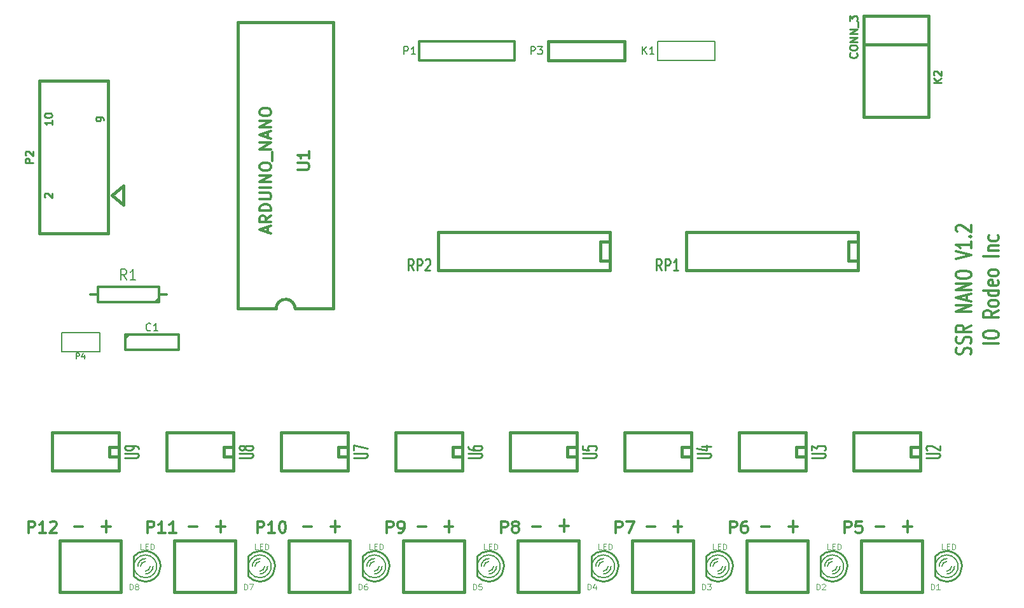
<source format=gto>
G04 (created by PCBNEW (2013-jul-07)-stable) date Wed 25 Oct 2017 08:44:38 AM PDT*
%MOIN*%
G04 Gerber Fmt 3.4, Leading zero omitted, Abs format*
%FSLAX34Y34*%
G01*
G70*
G90*
G04 APERTURE LIST*
%ADD10C,0.00590551*%
%ADD11C,0.012*%
%ADD12C,0.015*%
%ADD13C,0.006*%
%ADD14C,0.01*%
%ADD15C,0.008*%
%ADD16C,0.01125*%
%ADD17C,0.0113*%
%ADD18C,0.0035*%
G04 APERTURE END LIST*
G54D10*
G54D11*
X81873Y-36814D02*
X81073Y-36814D01*
X81073Y-36414D02*
X81073Y-36299D01*
X81111Y-36242D01*
X81188Y-36185D01*
X81340Y-36157D01*
X81607Y-36157D01*
X81759Y-36185D01*
X81835Y-36242D01*
X81873Y-36299D01*
X81873Y-36414D01*
X81835Y-36471D01*
X81759Y-36528D01*
X81607Y-36557D01*
X81340Y-36557D01*
X81188Y-36528D01*
X81111Y-36471D01*
X81073Y-36414D01*
X81873Y-35100D02*
X81492Y-35300D01*
X81873Y-35442D02*
X81073Y-35442D01*
X81073Y-35214D01*
X81111Y-35157D01*
X81150Y-35128D01*
X81226Y-35100D01*
X81340Y-35100D01*
X81416Y-35128D01*
X81454Y-35157D01*
X81492Y-35214D01*
X81492Y-35442D01*
X81873Y-34757D02*
X81835Y-34814D01*
X81797Y-34842D01*
X81721Y-34871D01*
X81492Y-34871D01*
X81416Y-34842D01*
X81378Y-34814D01*
X81340Y-34757D01*
X81340Y-34671D01*
X81378Y-34614D01*
X81416Y-34585D01*
X81492Y-34557D01*
X81721Y-34557D01*
X81797Y-34585D01*
X81835Y-34614D01*
X81873Y-34671D01*
X81873Y-34757D01*
X81873Y-34042D02*
X81073Y-34042D01*
X81835Y-34042D02*
X81873Y-34100D01*
X81873Y-34214D01*
X81835Y-34271D01*
X81797Y-34300D01*
X81721Y-34328D01*
X81492Y-34328D01*
X81416Y-34300D01*
X81378Y-34271D01*
X81340Y-34214D01*
X81340Y-34100D01*
X81378Y-34042D01*
X81835Y-33528D02*
X81873Y-33585D01*
X81873Y-33700D01*
X81835Y-33757D01*
X81759Y-33785D01*
X81454Y-33785D01*
X81378Y-33757D01*
X81340Y-33700D01*
X81340Y-33585D01*
X81378Y-33528D01*
X81454Y-33500D01*
X81530Y-33500D01*
X81607Y-33785D01*
X81873Y-33157D02*
X81835Y-33214D01*
X81797Y-33242D01*
X81721Y-33271D01*
X81492Y-33271D01*
X81416Y-33242D01*
X81378Y-33214D01*
X81340Y-33157D01*
X81340Y-33071D01*
X81378Y-33014D01*
X81416Y-32985D01*
X81492Y-32957D01*
X81721Y-32957D01*
X81797Y-32985D01*
X81835Y-33014D01*
X81873Y-33071D01*
X81873Y-33157D01*
X81873Y-32242D02*
X81073Y-32242D01*
X81340Y-31957D02*
X81873Y-31957D01*
X81416Y-31957D02*
X81378Y-31928D01*
X81340Y-31871D01*
X81340Y-31785D01*
X81378Y-31728D01*
X81454Y-31700D01*
X81873Y-31700D01*
X81835Y-31157D02*
X81873Y-31214D01*
X81873Y-31328D01*
X81835Y-31385D01*
X81797Y-31414D01*
X81721Y-31442D01*
X81492Y-31442D01*
X81416Y-31414D01*
X81378Y-31385D01*
X81340Y-31328D01*
X81340Y-31214D01*
X81378Y-31157D01*
X80385Y-37385D02*
X80423Y-37300D01*
X80423Y-37157D01*
X80385Y-37100D01*
X80347Y-37071D01*
X80271Y-37042D01*
X80195Y-37042D01*
X80119Y-37071D01*
X80080Y-37100D01*
X80042Y-37157D01*
X80004Y-37271D01*
X79966Y-37328D01*
X79928Y-37357D01*
X79852Y-37385D01*
X79776Y-37385D01*
X79700Y-37357D01*
X79661Y-37328D01*
X79623Y-37271D01*
X79623Y-37128D01*
X79661Y-37042D01*
X80385Y-36814D02*
X80423Y-36728D01*
X80423Y-36585D01*
X80385Y-36528D01*
X80347Y-36500D01*
X80271Y-36471D01*
X80195Y-36471D01*
X80119Y-36500D01*
X80080Y-36528D01*
X80042Y-36585D01*
X80004Y-36700D01*
X79966Y-36757D01*
X79928Y-36785D01*
X79852Y-36814D01*
X79776Y-36814D01*
X79700Y-36785D01*
X79661Y-36757D01*
X79623Y-36700D01*
X79623Y-36557D01*
X79661Y-36471D01*
X80423Y-35871D02*
X80042Y-36071D01*
X80423Y-36214D02*
X79623Y-36214D01*
X79623Y-35985D01*
X79661Y-35928D01*
X79700Y-35899D01*
X79776Y-35871D01*
X79890Y-35871D01*
X79966Y-35899D01*
X80004Y-35928D01*
X80042Y-35985D01*
X80042Y-36214D01*
X80423Y-35157D02*
X79623Y-35157D01*
X80423Y-34814D01*
X79623Y-34814D01*
X80195Y-34557D02*
X80195Y-34271D01*
X80423Y-34614D02*
X79623Y-34414D01*
X80423Y-34214D01*
X80423Y-34014D02*
X79623Y-34014D01*
X80423Y-33671D01*
X79623Y-33671D01*
X79623Y-33271D02*
X79623Y-33157D01*
X79661Y-33100D01*
X79738Y-33042D01*
X79890Y-33014D01*
X80157Y-33014D01*
X80309Y-33042D01*
X80385Y-33100D01*
X80423Y-33157D01*
X80423Y-33271D01*
X80385Y-33328D01*
X80309Y-33385D01*
X80157Y-33414D01*
X79890Y-33414D01*
X79738Y-33385D01*
X79661Y-33328D01*
X79623Y-33271D01*
X79623Y-32385D02*
X80423Y-32185D01*
X79623Y-31985D01*
X80423Y-31471D02*
X80423Y-31814D01*
X80423Y-31642D02*
X79623Y-31642D01*
X79738Y-31700D01*
X79814Y-31757D01*
X79852Y-31814D01*
X80347Y-31214D02*
X80385Y-31185D01*
X80423Y-31214D01*
X80385Y-31242D01*
X80347Y-31214D01*
X80423Y-31214D01*
X79700Y-30957D02*
X79661Y-30928D01*
X79623Y-30871D01*
X79623Y-30728D01*
X79661Y-30671D01*
X79700Y-30642D01*
X79776Y-30614D01*
X79852Y-30614D01*
X79966Y-30642D01*
X80423Y-30985D01*
X80423Y-30614D01*
X76871Y-46419D02*
X77328Y-46419D01*
X77100Y-46723D02*
X77100Y-46114D01*
X75421Y-46419D02*
X75878Y-46419D01*
X70871Y-46419D02*
X71328Y-46419D01*
X71100Y-46723D02*
X71100Y-46114D01*
X69421Y-46419D02*
X69878Y-46419D01*
X64821Y-46419D02*
X65278Y-46419D01*
X65050Y-46723D02*
X65050Y-46114D01*
X63421Y-46419D02*
X63878Y-46419D01*
X58871Y-46369D02*
X59328Y-46369D01*
X59100Y-46673D02*
X59100Y-46064D01*
X57421Y-46419D02*
X57878Y-46419D01*
X52821Y-46419D02*
X53278Y-46419D01*
X53050Y-46723D02*
X53050Y-46114D01*
X51421Y-46419D02*
X51878Y-46419D01*
X46871Y-46419D02*
X47328Y-46419D01*
X47100Y-46723D02*
X47100Y-46114D01*
X45421Y-46419D02*
X45878Y-46419D01*
X40871Y-46419D02*
X41328Y-46419D01*
X41100Y-46723D02*
X41100Y-46114D01*
X39421Y-46419D02*
X39878Y-46419D01*
X34871Y-46419D02*
X35328Y-46419D01*
X35100Y-46723D02*
X35100Y-46114D01*
X33421Y-46419D02*
X33878Y-46419D01*
G54D12*
X62250Y-22000D02*
X62250Y-21000D01*
X62250Y-21000D02*
X58250Y-21000D01*
X58250Y-21000D02*
X58250Y-22000D01*
X58250Y-22000D02*
X62250Y-22000D01*
X45000Y-35000D02*
G75*
G03X44500Y-34500I-500J0D01*
G74*
G01*
X44500Y-34500D02*
G75*
G03X44000Y-35000I0J-500D01*
G74*
G01*
X42000Y-35000D02*
X44000Y-35000D01*
X47000Y-35000D02*
X45000Y-35000D01*
X47000Y-35000D02*
X47000Y-20000D01*
X47000Y-20000D02*
X42000Y-20000D01*
X42000Y-20000D02*
X42000Y-35000D01*
G54D11*
X36100Y-36350D02*
X38900Y-36350D01*
X38900Y-36350D02*
X38900Y-37150D01*
X38900Y-37150D02*
X36100Y-37150D01*
X36100Y-37150D02*
X36100Y-36350D01*
X36100Y-36550D02*
X36300Y-36350D01*
G54D12*
X61500Y-32500D02*
X61500Y-32500D01*
X61500Y-32500D02*
X61000Y-32500D01*
X61000Y-32500D02*
X61000Y-31500D01*
X61000Y-31500D02*
X61500Y-31500D01*
X61500Y-33000D02*
X52500Y-33000D01*
X52500Y-33000D02*
X52500Y-31000D01*
X52500Y-31000D02*
X61500Y-31000D01*
X61500Y-31000D02*
X61500Y-33000D01*
X74500Y-32500D02*
X74500Y-32500D01*
X74500Y-32500D02*
X74000Y-32500D01*
X74000Y-32500D02*
X74000Y-31500D01*
X74000Y-31500D02*
X74500Y-31500D01*
X74500Y-33000D02*
X65500Y-33000D01*
X65500Y-33000D02*
X65500Y-31000D01*
X65500Y-31000D02*
X74500Y-31000D01*
X74500Y-31000D02*
X74500Y-33000D01*
G54D13*
X34750Y-36250D02*
X34750Y-37250D01*
X34750Y-37250D02*
X32750Y-37250D01*
X32750Y-37250D02*
X32750Y-36250D01*
X32750Y-36250D02*
X34750Y-36250D01*
X67000Y-21000D02*
X67000Y-22000D01*
X67000Y-22000D02*
X64000Y-22000D01*
X64000Y-22000D02*
X64000Y-21000D01*
X64000Y-21000D02*
X67000Y-21000D01*
G54D11*
X38250Y-34250D02*
X37850Y-34250D01*
X37850Y-34250D02*
X37850Y-34650D01*
X37850Y-34650D02*
X34650Y-34650D01*
X34650Y-34650D02*
X34650Y-33850D01*
X34650Y-33850D02*
X37850Y-33850D01*
X37850Y-33850D02*
X37850Y-34250D01*
X37850Y-34450D02*
X37650Y-34650D01*
X34250Y-34250D02*
X34650Y-34250D01*
G54D12*
X31600Y-31050D02*
X35200Y-31050D01*
X35200Y-31050D02*
X35200Y-23050D01*
X35200Y-23050D02*
X31600Y-23050D01*
X31600Y-23050D02*
X31600Y-31050D01*
X35400Y-29050D02*
X36000Y-29550D01*
X36000Y-29550D02*
X36000Y-28550D01*
X36000Y-28550D02*
X35400Y-29050D01*
X35750Y-43500D02*
X32250Y-43500D01*
X32250Y-43500D02*
X32250Y-41500D01*
X32250Y-41500D02*
X35750Y-41500D01*
X35750Y-41500D02*
X35750Y-43500D01*
X35750Y-42750D02*
X35250Y-42750D01*
X35250Y-42750D02*
X35250Y-42250D01*
X35250Y-42250D02*
X35750Y-42250D01*
X41750Y-43500D02*
X38250Y-43500D01*
X38250Y-43500D02*
X38250Y-41500D01*
X38250Y-41500D02*
X41750Y-41500D01*
X41750Y-41500D02*
X41750Y-43500D01*
X41750Y-42750D02*
X41250Y-42750D01*
X41250Y-42750D02*
X41250Y-42250D01*
X41250Y-42250D02*
X41750Y-42250D01*
X47750Y-43500D02*
X44250Y-43500D01*
X44250Y-43500D02*
X44250Y-41500D01*
X44250Y-41500D02*
X47750Y-41500D01*
X47750Y-41500D02*
X47750Y-43500D01*
X47750Y-42750D02*
X47250Y-42750D01*
X47250Y-42750D02*
X47250Y-42250D01*
X47250Y-42250D02*
X47750Y-42250D01*
X53750Y-43500D02*
X50250Y-43500D01*
X50250Y-43500D02*
X50250Y-41500D01*
X50250Y-41500D02*
X53750Y-41500D01*
X53750Y-41500D02*
X53750Y-43500D01*
X53750Y-42750D02*
X53250Y-42750D01*
X53250Y-42750D02*
X53250Y-42250D01*
X53250Y-42250D02*
X53750Y-42250D01*
X59750Y-43500D02*
X56250Y-43500D01*
X56250Y-43500D02*
X56250Y-41500D01*
X56250Y-41500D02*
X59750Y-41500D01*
X59750Y-41500D02*
X59750Y-43500D01*
X59750Y-42750D02*
X59250Y-42750D01*
X59250Y-42750D02*
X59250Y-42250D01*
X59250Y-42250D02*
X59750Y-42250D01*
X65750Y-43500D02*
X62250Y-43500D01*
X62250Y-43500D02*
X62250Y-41500D01*
X62250Y-41500D02*
X65750Y-41500D01*
X65750Y-41500D02*
X65750Y-43500D01*
X65750Y-42750D02*
X65250Y-42750D01*
X65250Y-42750D02*
X65250Y-42250D01*
X65250Y-42250D02*
X65750Y-42250D01*
X71750Y-43500D02*
X68250Y-43500D01*
X68250Y-43500D02*
X68250Y-41500D01*
X68250Y-41500D02*
X71750Y-41500D01*
X71750Y-41500D02*
X71750Y-43500D01*
X71750Y-42750D02*
X71250Y-42750D01*
X71250Y-42750D02*
X71250Y-42250D01*
X71250Y-42250D02*
X71750Y-42250D01*
X77750Y-43500D02*
X74250Y-43500D01*
X74250Y-43500D02*
X74250Y-41500D01*
X74250Y-41500D02*
X77750Y-41500D01*
X77750Y-41500D02*
X77750Y-43500D01*
X77750Y-42750D02*
X77250Y-42750D01*
X77250Y-42750D02*
X77250Y-42250D01*
X77250Y-42250D02*
X77750Y-42250D01*
X35850Y-49850D02*
X35850Y-47150D01*
X35850Y-47150D02*
X32650Y-47150D01*
X32650Y-47150D02*
X32650Y-49850D01*
X32650Y-49850D02*
X35850Y-49850D01*
X41850Y-49850D02*
X41850Y-47150D01*
X41850Y-47150D02*
X38650Y-47150D01*
X38650Y-47150D02*
X38650Y-49850D01*
X38650Y-49850D02*
X41850Y-49850D01*
X47850Y-49850D02*
X47850Y-47150D01*
X47850Y-47150D02*
X44650Y-47150D01*
X44650Y-47150D02*
X44650Y-49850D01*
X44650Y-49850D02*
X47850Y-49850D01*
X53850Y-49850D02*
X53850Y-47150D01*
X53850Y-47150D02*
X50650Y-47150D01*
X50650Y-47150D02*
X50650Y-49850D01*
X50650Y-49850D02*
X53850Y-49850D01*
X59850Y-49850D02*
X59850Y-47150D01*
X59850Y-47150D02*
X56650Y-47150D01*
X56650Y-47150D02*
X56650Y-49850D01*
X56650Y-49850D02*
X59850Y-49850D01*
X65850Y-49850D02*
X65850Y-47150D01*
X65850Y-47150D02*
X62650Y-47150D01*
X62650Y-47150D02*
X62650Y-49850D01*
X62650Y-49850D02*
X65850Y-49850D01*
X71850Y-49850D02*
X71850Y-47150D01*
X71850Y-47150D02*
X68650Y-47150D01*
X68650Y-47150D02*
X68650Y-49850D01*
X68650Y-49850D02*
X71850Y-49850D01*
X77850Y-49850D02*
X77850Y-47150D01*
X77850Y-47150D02*
X74650Y-47150D01*
X74650Y-47150D02*
X74650Y-49850D01*
X74650Y-49850D02*
X77850Y-49850D01*
G54D11*
X56500Y-22000D02*
X56500Y-21000D01*
X51500Y-21000D02*
X51500Y-22000D01*
X56500Y-22000D02*
X51500Y-22000D01*
X51500Y-21000D02*
X56500Y-21000D01*
G54D12*
X78200Y-19650D02*
X74800Y-19650D01*
X78200Y-19950D02*
X78200Y-19650D01*
X74800Y-19650D02*
X74800Y-19950D01*
X78200Y-21150D02*
X74800Y-21150D01*
X78200Y-24950D02*
X74800Y-24950D01*
X74800Y-19950D02*
X74800Y-24950D01*
X78200Y-19950D02*
X78200Y-24950D01*
G54D14*
X48530Y-48000D02*
X48530Y-49000D01*
G54D13*
X49610Y-48884D02*
G75*
G03X49750Y-48500I-460J384D01*
G74*
G01*
X49749Y-48500D02*
G75*
G03X49598Y-48102I-599J0D01*
G74*
G01*
X48550Y-48500D02*
G75*
G03X48694Y-48889I599J0D01*
G74*
G01*
X48689Y-48115D02*
G75*
G03X48550Y-48500I460J-384D01*
G74*
G01*
X48662Y-48849D02*
G75*
G03X49150Y-49100I487J349D01*
G74*
G01*
X49150Y-49100D02*
G75*
G03X49629Y-48860I0J600D01*
G74*
G01*
X49150Y-47900D02*
G75*
G03X48677Y-48131I0J-599D01*
G74*
G01*
X49623Y-48131D02*
G75*
G03X49150Y-47900I-473J-368D01*
G74*
G01*
X49150Y-48750D02*
G75*
G03X49400Y-48500I0J250D01*
G74*
G01*
X49150Y-48900D02*
G75*
G03X49550Y-48500I0J400D01*
G74*
G01*
X49150Y-48250D02*
G75*
G03X48900Y-48500I0J-250D01*
G74*
G01*
X49150Y-48100D02*
G75*
G03X48750Y-48500I0J-400D01*
G74*
G01*
G54D14*
X48536Y-49013D02*
G75*
G03X49150Y-49300I613J513D01*
G74*
G01*
X49150Y-49299D02*
G75*
G03X49854Y-48876I0J799D01*
G74*
G01*
X49148Y-47701D02*
G75*
G03X48539Y-47984I1J-798D01*
G74*
G01*
X49844Y-48102D02*
G75*
G03X49150Y-47700I-694J-397D01*
G74*
G01*
X49854Y-48879D02*
G75*
G03X49950Y-48500I-704J379D01*
G74*
G01*
X49949Y-48500D02*
G75*
G03X49831Y-48081I-799J0D01*
G74*
G01*
X54530Y-48000D02*
X54530Y-49000D01*
G54D13*
X55610Y-48884D02*
G75*
G03X55750Y-48500I-460J384D01*
G74*
G01*
X55749Y-48500D02*
G75*
G03X55598Y-48102I-599J0D01*
G74*
G01*
X54550Y-48500D02*
G75*
G03X54694Y-48889I599J0D01*
G74*
G01*
X54689Y-48115D02*
G75*
G03X54550Y-48500I460J-384D01*
G74*
G01*
X54662Y-48849D02*
G75*
G03X55150Y-49100I487J349D01*
G74*
G01*
X55150Y-49100D02*
G75*
G03X55629Y-48860I0J600D01*
G74*
G01*
X55150Y-47900D02*
G75*
G03X54677Y-48131I0J-599D01*
G74*
G01*
X55623Y-48131D02*
G75*
G03X55150Y-47900I-473J-368D01*
G74*
G01*
X55150Y-48750D02*
G75*
G03X55400Y-48500I0J250D01*
G74*
G01*
X55150Y-48900D02*
G75*
G03X55550Y-48500I0J400D01*
G74*
G01*
X55150Y-48250D02*
G75*
G03X54900Y-48500I0J-250D01*
G74*
G01*
X55150Y-48100D02*
G75*
G03X54750Y-48500I0J-400D01*
G74*
G01*
G54D14*
X54536Y-49013D02*
G75*
G03X55150Y-49300I613J513D01*
G74*
G01*
X55150Y-49299D02*
G75*
G03X55854Y-48876I0J799D01*
G74*
G01*
X55148Y-47701D02*
G75*
G03X54539Y-47984I1J-798D01*
G74*
G01*
X55844Y-48102D02*
G75*
G03X55150Y-47700I-694J-397D01*
G74*
G01*
X55854Y-48879D02*
G75*
G03X55950Y-48500I-704J379D01*
G74*
G01*
X55949Y-48500D02*
G75*
G03X55831Y-48081I-799J0D01*
G74*
G01*
X36530Y-48000D02*
X36530Y-49000D01*
G54D13*
X37610Y-48884D02*
G75*
G03X37750Y-48500I-460J384D01*
G74*
G01*
X37749Y-48500D02*
G75*
G03X37598Y-48102I-599J0D01*
G74*
G01*
X36550Y-48500D02*
G75*
G03X36694Y-48889I599J0D01*
G74*
G01*
X36689Y-48115D02*
G75*
G03X36550Y-48500I460J-384D01*
G74*
G01*
X36662Y-48849D02*
G75*
G03X37150Y-49100I487J349D01*
G74*
G01*
X37150Y-49100D02*
G75*
G03X37629Y-48860I0J600D01*
G74*
G01*
X37150Y-47900D02*
G75*
G03X36677Y-48131I0J-599D01*
G74*
G01*
X37623Y-48131D02*
G75*
G03X37150Y-47900I-473J-368D01*
G74*
G01*
X37150Y-48750D02*
G75*
G03X37400Y-48500I0J250D01*
G74*
G01*
X37150Y-48900D02*
G75*
G03X37550Y-48500I0J400D01*
G74*
G01*
X37150Y-48250D02*
G75*
G03X36900Y-48500I0J-250D01*
G74*
G01*
X37150Y-48100D02*
G75*
G03X36750Y-48500I0J-400D01*
G74*
G01*
G54D14*
X36536Y-49013D02*
G75*
G03X37150Y-49300I613J513D01*
G74*
G01*
X37150Y-49299D02*
G75*
G03X37854Y-48876I0J799D01*
G74*
G01*
X37148Y-47701D02*
G75*
G03X36539Y-47984I1J-798D01*
G74*
G01*
X37844Y-48102D02*
G75*
G03X37150Y-47700I-694J-397D01*
G74*
G01*
X37854Y-48879D02*
G75*
G03X37950Y-48500I-704J379D01*
G74*
G01*
X37949Y-48500D02*
G75*
G03X37831Y-48081I-799J0D01*
G74*
G01*
X42530Y-48000D02*
X42530Y-49000D01*
G54D13*
X43610Y-48884D02*
G75*
G03X43750Y-48500I-460J384D01*
G74*
G01*
X43749Y-48500D02*
G75*
G03X43598Y-48102I-599J0D01*
G74*
G01*
X42550Y-48500D02*
G75*
G03X42694Y-48889I599J0D01*
G74*
G01*
X42689Y-48115D02*
G75*
G03X42550Y-48500I460J-384D01*
G74*
G01*
X42662Y-48849D02*
G75*
G03X43150Y-49100I487J349D01*
G74*
G01*
X43150Y-49100D02*
G75*
G03X43629Y-48860I0J600D01*
G74*
G01*
X43150Y-47900D02*
G75*
G03X42677Y-48131I0J-599D01*
G74*
G01*
X43623Y-48131D02*
G75*
G03X43150Y-47900I-473J-368D01*
G74*
G01*
X43150Y-48750D02*
G75*
G03X43400Y-48500I0J250D01*
G74*
G01*
X43150Y-48900D02*
G75*
G03X43550Y-48500I0J400D01*
G74*
G01*
X43150Y-48250D02*
G75*
G03X42900Y-48500I0J-250D01*
G74*
G01*
X43150Y-48100D02*
G75*
G03X42750Y-48500I0J-400D01*
G74*
G01*
G54D14*
X42536Y-49013D02*
G75*
G03X43150Y-49300I613J513D01*
G74*
G01*
X43150Y-49299D02*
G75*
G03X43854Y-48876I0J799D01*
G74*
G01*
X43148Y-47701D02*
G75*
G03X42539Y-47984I1J-798D01*
G74*
G01*
X43844Y-48102D02*
G75*
G03X43150Y-47700I-694J-397D01*
G74*
G01*
X43854Y-48879D02*
G75*
G03X43950Y-48500I-704J379D01*
G74*
G01*
X43949Y-48500D02*
G75*
G03X43831Y-48081I-799J0D01*
G74*
G01*
X60530Y-48000D02*
X60530Y-49000D01*
G54D13*
X61610Y-48884D02*
G75*
G03X61750Y-48500I-460J384D01*
G74*
G01*
X61749Y-48500D02*
G75*
G03X61598Y-48102I-599J0D01*
G74*
G01*
X60550Y-48500D02*
G75*
G03X60694Y-48889I599J0D01*
G74*
G01*
X60689Y-48115D02*
G75*
G03X60550Y-48500I460J-384D01*
G74*
G01*
X60662Y-48849D02*
G75*
G03X61150Y-49100I487J349D01*
G74*
G01*
X61150Y-49100D02*
G75*
G03X61629Y-48860I0J600D01*
G74*
G01*
X61150Y-47900D02*
G75*
G03X60677Y-48131I0J-599D01*
G74*
G01*
X61623Y-48131D02*
G75*
G03X61150Y-47900I-473J-368D01*
G74*
G01*
X61150Y-48750D02*
G75*
G03X61400Y-48500I0J250D01*
G74*
G01*
X61150Y-48900D02*
G75*
G03X61550Y-48500I0J400D01*
G74*
G01*
X61150Y-48250D02*
G75*
G03X60900Y-48500I0J-250D01*
G74*
G01*
X61150Y-48100D02*
G75*
G03X60750Y-48500I0J-400D01*
G74*
G01*
G54D14*
X60536Y-49013D02*
G75*
G03X61150Y-49300I613J513D01*
G74*
G01*
X61150Y-49299D02*
G75*
G03X61854Y-48876I0J799D01*
G74*
G01*
X61148Y-47701D02*
G75*
G03X60539Y-47984I1J-798D01*
G74*
G01*
X61844Y-48102D02*
G75*
G03X61150Y-47700I-694J-397D01*
G74*
G01*
X61854Y-48879D02*
G75*
G03X61950Y-48500I-704J379D01*
G74*
G01*
X61949Y-48500D02*
G75*
G03X61831Y-48081I-799J0D01*
G74*
G01*
X72530Y-48000D02*
X72530Y-49000D01*
G54D13*
X73610Y-48884D02*
G75*
G03X73750Y-48500I-460J384D01*
G74*
G01*
X73749Y-48500D02*
G75*
G03X73598Y-48102I-599J0D01*
G74*
G01*
X72550Y-48500D02*
G75*
G03X72694Y-48889I599J0D01*
G74*
G01*
X72689Y-48115D02*
G75*
G03X72550Y-48500I460J-384D01*
G74*
G01*
X72662Y-48849D02*
G75*
G03X73150Y-49100I487J349D01*
G74*
G01*
X73150Y-49100D02*
G75*
G03X73629Y-48860I0J600D01*
G74*
G01*
X73150Y-47900D02*
G75*
G03X72677Y-48131I0J-599D01*
G74*
G01*
X73623Y-48131D02*
G75*
G03X73150Y-47900I-473J-368D01*
G74*
G01*
X73150Y-48750D02*
G75*
G03X73400Y-48500I0J250D01*
G74*
G01*
X73150Y-48900D02*
G75*
G03X73550Y-48500I0J400D01*
G74*
G01*
X73150Y-48250D02*
G75*
G03X72900Y-48500I0J-250D01*
G74*
G01*
X73150Y-48100D02*
G75*
G03X72750Y-48500I0J-400D01*
G74*
G01*
G54D14*
X72536Y-49013D02*
G75*
G03X73150Y-49300I613J513D01*
G74*
G01*
X73150Y-49299D02*
G75*
G03X73854Y-48876I0J799D01*
G74*
G01*
X73148Y-47701D02*
G75*
G03X72539Y-47984I1J-798D01*
G74*
G01*
X73844Y-48102D02*
G75*
G03X73150Y-47700I-694J-397D01*
G74*
G01*
X73854Y-48879D02*
G75*
G03X73950Y-48500I-704J379D01*
G74*
G01*
X73949Y-48500D02*
G75*
G03X73831Y-48081I-799J0D01*
G74*
G01*
X66530Y-48000D02*
X66530Y-49000D01*
G54D13*
X67610Y-48884D02*
G75*
G03X67750Y-48500I-460J384D01*
G74*
G01*
X67749Y-48500D02*
G75*
G03X67598Y-48102I-599J0D01*
G74*
G01*
X66550Y-48500D02*
G75*
G03X66694Y-48889I599J0D01*
G74*
G01*
X66689Y-48115D02*
G75*
G03X66550Y-48500I460J-384D01*
G74*
G01*
X66662Y-48849D02*
G75*
G03X67150Y-49100I487J349D01*
G74*
G01*
X67150Y-49100D02*
G75*
G03X67629Y-48860I0J600D01*
G74*
G01*
X67150Y-47900D02*
G75*
G03X66677Y-48131I0J-599D01*
G74*
G01*
X67623Y-48131D02*
G75*
G03X67150Y-47900I-473J-368D01*
G74*
G01*
X67150Y-48750D02*
G75*
G03X67400Y-48500I0J250D01*
G74*
G01*
X67150Y-48900D02*
G75*
G03X67550Y-48500I0J400D01*
G74*
G01*
X67150Y-48250D02*
G75*
G03X66900Y-48500I0J-250D01*
G74*
G01*
X67150Y-48100D02*
G75*
G03X66750Y-48500I0J-400D01*
G74*
G01*
G54D14*
X66536Y-49013D02*
G75*
G03X67150Y-49300I613J513D01*
G74*
G01*
X67150Y-49299D02*
G75*
G03X67854Y-48876I0J799D01*
G74*
G01*
X67148Y-47701D02*
G75*
G03X66539Y-47984I1J-798D01*
G74*
G01*
X67844Y-48102D02*
G75*
G03X67150Y-47700I-694J-397D01*
G74*
G01*
X67854Y-48879D02*
G75*
G03X67950Y-48500I-704J379D01*
G74*
G01*
X67949Y-48500D02*
G75*
G03X67831Y-48081I-799J0D01*
G74*
G01*
X78530Y-48000D02*
X78530Y-49000D01*
G54D13*
X79610Y-48884D02*
G75*
G03X79750Y-48500I-460J384D01*
G74*
G01*
X79749Y-48500D02*
G75*
G03X79598Y-48102I-599J0D01*
G74*
G01*
X78550Y-48500D02*
G75*
G03X78694Y-48889I599J0D01*
G74*
G01*
X78689Y-48115D02*
G75*
G03X78550Y-48500I460J-384D01*
G74*
G01*
X78662Y-48849D02*
G75*
G03X79150Y-49100I487J349D01*
G74*
G01*
X79150Y-49100D02*
G75*
G03X79629Y-48860I0J600D01*
G74*
G01*
X79150Y-47900D02*
G75*
G03X78677Y-48131I0J-599D01*
G74*
G01*
X79623Y-48131D02*
G75*
G03X79150Y-47900I-473J-368D01*
G74*
G01*
X79150Y-48750D02*
G75*
G03X79400Y-48500I0J250D01*
G74*
G01*
X79150Y-48900D02*
G75*
G03X79550Y-48500I0J400D01*
G74*
G01*
X79150Y-48250D02*
G75*
G03X78900Y-48500I0J-250D01*
G74*
G01*
X79150Y-48100D02*
G75*
G03X78750Y-48500I0J-400D01*
G74*
G01*
G54D14*
X78536Y-49013D02*
G75*
G03X79150Y-49300I613J513D01*
G74*
G01*
X79150Y-49299D02*
G75*
G03X79854Y-48876I0J799D01*
G74*
G01*
X79148Y-47701D02*
G75*
G03X78539Y-47984I1J-798D01*
G74*
G01*
X79844Y-48102D02*
G75*
G03X79150Y-47700I-694J-397D01*
G74*
G01*
X79854Y-48879D02*
G75*
G03X79950Y-48500I-704J379D01*
G74*
G01*
X79949Y-48500D02*
G75*
G03X79831Y-48081I-799J0D01*
G74*
G01*
G54D15*
X57354Y-21661D02*
X57354Y-21261D01*
X57507Y-21261D01*
X57545Y-21280D01*
X57564Y-21300D01*
X57583Y-21338D01*
X57583Y-21395D01*
X57564Y-21433D01*
X57545Y-21452D01*
X57507Y-21471D01*
X57354Y-21471D01*
X57716Y-21261D02*
X57964Y-21261D01*
X57830Y-21414D01*
X57888Y-21414D01*
X57926Y-21433D01*
X57945Y-21452D01*
X57964Y-21490D01*
X57964Y-21585D01*
X57945Y-21623D01*
X57926Y-21642D01*
X57888Y-21661D01*
X57773Y-21661D01*
X57735Y-21642D01*
X57716Y-21623D01*
G54D11*
X45142Y-27707D02*
X45628Y-27707D01*
X45685Y-27678D01*
X45714Y-27650D01*
X45742Y-27592D01*
X45742Y-27478D01*
X45714Y-27421D01*
X45685Y-27392D01*
X45628Y-27364D01*
X45142Y-27364D01*
X45742Y-26764D02*
X45742Y-27107D01*
X45742Y-26935D02*
X45142Y-26935D01*
X45228Y-26992D01*
X45285Y-27050D01*
X45314Y-27107D01*
X43571Y-31007D02*
X43571Y-30721D01*
X43742Y-31064D02*
X43142Y-30864D01*
X43742Y-30664D01*
X43742Y-30121D02*
X43457Y-30321D01*
X43742Y-30464D02*
X43142Y-30464D01*
X43142Y-30235D01*
X43171Y-30178D01*
X43200Y-30149D01*
X43257Y-30121D01*
X43342Y-30121D01*
X43400Y-30149D01*
X43428Y-30178D01*
X43457Y-30235D01*
X43457Y-30464D01*
X43742Y-29864D02*
X43142Y-29864D01*
X43142Y-29721D01*
X43171Y-29635D01*
X43228Y-29578D01*
X43285Y-29549D01*
X43400Y-29521D01*
X43485Y-29521D01*
X43600Y-29549D01*
X43657Y-29578D01*
X43714Y-29635D01*
X43742Y-29721D01*
X43742Y-29864D01*
X43142Y-29264D02*
X43628Y-29264D01*
X43685Y-29235D01*
X43714Y-29207D01*
X43742Y-29149D01*
X43742Y-29035D01*
X43714Y-28978D01*
X43685Y-28949D01*
X43628Y-28921D01*
X43142Y-28921D01*
X43742Y-28635D02*
X43142Y-28635D01*
X43742Y-28349D02*
X43142Y-28349D01*
X43742Y-28007D01*
X43142Y-28007D01*
X43142Y-27607D02*
X43142Y-27492D01*
X43171Y-27435D01*
X43228Y-27378D01*
X43342Y-27349D01*
X43542Y-27349D01*
X43657Y-27378D01*
X43714Y-27435D01*
X43742Y-27492D01*
X43742Y-27607D01*
X43714Y-27664D01*
X43657Y-27721D01*
X43542Y-27749D01*
X43342Y-27749D01*
X43228Y-27721D01*
X43171Y-27664D01*
X43142Y-27607D01*
X43800Y-27235D02*
X43800Y-26778D01*
X43742Y-26635D02*
X43142Y-26635D01*
X43742Y-26292D01*
X43142Y-26292D01*
X43571Y-26035D02*
X43571Y-25750D01*
X43742Y-26092D02*
X43142Y-25892D01*
X43742Y-25692D01*
X43742Y-25492D02*
X43142Y-25492D01*
X43742Y-25150D01*
X43142Y-25150D01*
X43142Y-24750D02*
X43142Y-24635D01*
X43171Y-24578D01*
X43228Y-24521D01*
X43342Y-24492D01*
X43542Y-24492D01*
X43657Y-24521D01*
X43714Y-24578D01*
X43742Y-24635D01*
X43742Y-24750D01*
X43714Y-24807D01*
X43657Y-24864D01*
X43542Y-24892D01*
X43342Y-24892D01*
X43228Y-24864D01*
X43171Y-24807D01*
X43142Y-24750D01*
G54D15*
X37433Y-36123D02*
X37414Y-36142D01*
X37357Y-36161D01*
X37319Y-36161D01*
X37261Y-36142D01*
X37223Y-36104D01*
X37204Y-36066D01*
X37185Y-35990D01*
X37185Y-35933D01*
X37204Y-35857D01*
X37223Y-35819D01*
X37261Y-35780D01*
X37319Y-35761D01*
X37357Y-35761D01*
X37414Y-35780D01*
X37433Y-35800D01*
X37814Y-36161D02*
X37585Y-36161D01*
X37700Y-36161D02*
X37700Y-35761D01*
X37661Y-35819D01*
X37623Y-35857D01*
X37585Y-35876D01*
G54D16*
X51200Y-32992D02*
X51050Y-32707D01*
X50942Y-32992D02*
X50942Y-32392D01*
X51114Y-32392D01*
X51157Y-32421D01*
X51178Y-32450D01*
X51200Y-32507D01*
X51200Y-32592D01*
X51178Y-32650D01*
X51157Y-32678D01*
X51114Y-32707D01*
X50942Y-32707D01*
X51392Y-32992D02*
X51392Y-32392D01*
X51564Y-32392D01*
X51607Y-32421D01*
X51628Y-32450D01*
X51650Y-32507D01*
X51650Y-32592D01*
X51628Y-32650D01*
X51607Y-32678D01*
X51564Y-32707D01*
X51392Y-32707D01*
X51821Y-32450D02*
X51842Y-32421D01*
X51885Y-32392D01*
X51992Y-32392D01*
X52035Y-32421D01*
X52057Y-32450D01*
X52078Y-32507D01*
X52078Y-32564D01*
X52057Y-32650D01*
X51800Y-32992D01*
X52078Y-32992D01*
G54D17*
G54D16*
X64200Y-32992D02*
X64050Y-32707D01*
X63942Y-32992D02*
X63942Y-32392D01*
X64114Y-32392D01*
X64157Y-32421D01*
X64178Y-32450D01*
X64200Y-32507D01*
X64200Y-32592D01*
X64178Y-32650D01*
X64157Y-32678D01*
X64114Y-32707D01*
X63942Y-32707D01*
X64392Y-32992D02*
X64392Y-32392D01*
X64564Y-32392D01*
X64607Y-32421D01*
X64628Y-32450D01*
X64650Y-32507D01*
X64650Y-32592D01*
X64628Y-32650D01*
X64607Y-32678D01*
X64564Y-32707D01*
X64392Y-32707D01*
X65078Y-32992D02*
X64821Y-32992D01*
X64950Y-32992D02*
X64950Y-32392D01*
X64907Y-32478D01*
X64864Y-32535D01*
X64821Y-32564D01*
G54D17*
G54D13*
X33528Y-37621D02*
X33528Y-37321D01*
X33642Y-37321D01*
X33671Y-37335D01*
X33685Y-37350D01*
X33700Y-37378D01*
X33700Y-37421D01*
X33685Y-37450D01*
X33671Y-37464D01*
X33642Y-37478D01*
X33528Y-37478D01*
X33957Y-37421D02*
X33957Y-37621D01*
X33885Y-37307D02*
X33814Y-37521D01*
X34000Y-37521D01*
X63204Y-21661D02*
X63204Y-21261D01*
X63433Y-21661D02*
X63261Y-21433D01*
X63433Y-21261D02*
X63204Y-21490D01*
X63814Y-21661D02*
X63585Y-21661D01*
X63700Y-21661D02*
X63700Y-21261D01*
X63661Y-21319D01*
X63623Y-21357D01*
X63585Y-21376D01*
G54D15*
X36166Y-33472D02*
X36000Y-33210D01*
X35880Y-33472D02*
X35880Y-32922D01*
X36071Y-32922D01*
X36119Y-32948D01*
X36142Y-32975D01*
X36166Y-33027D01*
X36166Y-33105D01*
X36142Y-33158D01*
X36119Y-33184D01*
X36071Y-33210D01*
X35880Y-33210D01*
X36642Y-33472D02*
X36357Y-33472D01*
X36500Y-33472D02*
X36500Y-32922D01*
X36452Y-33001D01*
X36404Y-33053D01*
X36357Y-33079D01*
G54D14*
X31261Y-27345D02*
X30861Y-27345D01*
X30861Y-27192D01*
X30880Y-27154D01*
X30900Y-27135D01*
X30938Y-27116D01*
X30995Y-27116D01*
X31033Y-27135D01*
X31052Y-27154D01*
X31071Y-27192D01*
X31071Y-27345D01*
X30900Y-26964D02*
X30880Y-26945D01*
X30861Y-26907D01*
X30861Y-26811D01*
X30880Y-26773D01*
X30900Y-26754D01*
X30938Y-26735D01*
X30976Y-26735D01*
X31033Y-26754D01*
X31261Y-26983D01*
X31261Y-26735D01*
X31900Y-29164D02*
X31880Y-29145D01*
X31861Y-29107D01*
X31861Y-29011D01*
X31880Y-28973D01*
X31900Y-28954D01*
X31938Y-28935D01*
X31976Y-28935D01*
X32033Y-28954D01*
X32261Y-29183D01*
X32261Y-28935D01*
X32261Y-25126D02*
X32261Y-25354D01*
X32261Y-25240D02*
X31861Y-25240D01*
X31919Y-25278D01*
X31957Y-25316D01*
X31976Y-25354D01*
X31861Y-24878D02*
X31861Y-24840D01*
X31880Y-24802D01*
X31900Y-24783D01*
X31938Y-24764D01*
X32014Y-24745D01*
X32109Y-24745D01*
X32185Y-24764D01*
X32223Y-24783D01*
X32242Y-24802D01*
X32261Y-24840D01*
X32261Y-24878D01*
X32242Y-24916D01*
X32223Y-24935D01*
X32185Y-24954D01*
X32109Y-24973D01*
X32014Y-24973D01*
X31938Y-24954D01*
X31900Y-24935D01*
X31880Y-24916D01*
X31861Y-24878D01*
X34961Y-25126D02*
X34961Y-25049D01*
X34942Y-25011D01*
X34923Y-24992D01*
X34866Y-24954D01*
X34790Y-24935D01*
X34638Y-24935D01*
X34600Y-24954D01*
X34580Y-24973D01*
X34561Y-25011D01*
X34561Y-25088D01*
X34580Y-25126D01*
X34600Y-25145D01*
X34638Y-25164D01*
X34733Y-25164D01*
X34771Y-25145D01*
X34790Y-25126D01*
X34809Y-25088D01*
X34809Y-25011D01*
X34790Y-24973D01*
X34771Y-24954D01*
X34733Y-24935D01*
X36053Y-42804D02*
X36660Y-42804D01*
X36732Y-42785D01*
X36767Y-42766D01*
X36803Y-42728D01*
X36803Y-42652D01*
X36767Y-42614D01*
X36732Y-42595D01*
X36660Y-42576D01*
X36053Y-42576D01*
X36803Y-42366D02*
X36803Y-42290D01*
X36767Y-42252D01*
X36732Y-42233D01*
X36625Y-42195D01*
X36482Y-42176D01*
X36196Y-42176D01*
X36125Y-42195D01*
X36089Y-42214D01*
X36053Y-42252D01*
X36053Y-42328D01*
X36089Y-42366D01*
X36125Y-42385D01*
X36196Y-42404D01*
X36375Y-42404D01*
X36446Y-42385D01*
X36482Y-42366D01*
X36517Y-42328D01*
X36517Y-42252D01*
X36482Y-42214D01*
X36446Y-42195D01*
X36375Y-42176D01*
X42053Y-42804D02*
X42660Y-42804D01*
X42732Y-42785D01*
X42767Y-42766D01*
X42803Y-42728D01*
X42803Y-42652D01*
X42767Y-42614D01*
X42732Y-42595D01*
X42660Y-42576D01*
X42053Y-42576D01*
X42375Y-42328D02*
X42339Y-42366D01*
X42303Y-42385D01*
X42232Y-42404D01*
X42196Y-42404D01*
X42125Y-42385D01*
X42089Y-42366D01*
X42053Y-42328D01*
X42053Y-42252D01*
X42089Y-42214D01*
X42125Y-42195D01*
X42196Y-42176D01*
X42232Y-42176D01*
X42303Y-42195D01*
X42339Y-42214D01*
X42375Y-42252D01*
X42375Y-42328D01*
X42410Y-42366D01*
X42446Y-42385D01*
X42517Y-42404D01*
X42660Y-42404D01*
X42732Y-42385D01*
X42767Y-42366D01*
X42803Y-42328D01*
X42803Y-42252D01*
X42767Y-42214D01*
X42732Y-42195D01*
X42660Y-42176D01*
X42517Y-42176D01*
X42446Y-42195D01*
X42410Y-42214D01*
X42375Y-42252D01*
X48053Y-42804D02*
X48660Y-42804D01*
X48732Y-42785D01*
X48767Y-42766D01*
X48803Y-42728D01*
X48803Y-42652D01*
X48767Y-42614D01*
X48732Y-42595D01*
X48660Y-42576D01*
X48053Y-42576D01*
X48053Y-42423D02*
X48053Y-42157D01*
X48803Y-42328D01*
X54053Y-42804D02*
X54660Y-42804D01*
X54732Y-42785D01*
X54767Y-42766D01*
X54803Y-42728D01*
X54803Y-42652D01*
X54767Y-42614D01*
X54732Y-42595D01*
X54660Y-42576D01*
X54053Y-42576D01*
X54053Y-42214D02*
X54053Y-42290D01*
X54089Y-42328D01*
X54125Y-42347D01*
X54232Y-42385D01*
X54375Y-42404D01*
X54660Y-42404D01*
X54732Y-42385D01*
X54767Y-42366D01*
X54803Y-42328D01*
X54803Y-42252D01*
X54767Y-42214D01*
X54732Y-42195D01*
X54660Y-42176D01*
X54482Y-42176D01*
X54410Y-42195D01*
X54375Y-42214D01*
X54339Y-42252D01*
X54339Y-42328D01*
X54375Y-42366D01*
X54410Y-42385D01*
X54482Y-42404D01*
X60053Y-42804D02*
X60660Y-42804D01*
X60732Y-42785D01*
X60767Y-42766D01*
X60803Y-42728D01*
X60803Y-42652D01*
X60767Y-42614D01*
X60732Y-42595D01*
X60660Y-42576D01*
X60053Y-42576D01*
X60053Y-42195D02*
X60053Y-42385D01*
X60410Y-42404D01*
X60375Y-42385D01*
X60339Y-42347D01*
X60339Y-42252D01*
X60375Y-42214D01*
X60410Y-42195D01*
X60482Y-42176D01*
X60660Y-42176D01*
X60732Y-42195D01*
X60767Y-42214D01*
X60803Y-42252D01*
X60803Y-42347D01*
X60767Y-42385D01*
X60732Y-42404D01*
X66053Y-42804D02*
X66660Y-42804D01*
X66732Y-42785D01*
X66767Y-42766D01*
X66803Y-42728D01*
X66803Y-42652D01*
X66767Y-42614D01*
X66732Y-42595D01*
X66660Y-42576D01*
X66053Y-42576D01*
X66303Y-42214D02*
X66803Y-42214D01*
X66017Y-42309D02*
X66553Y-42404D01*
X66553Y-42157D01*
X72053Y-42804D02*
X72660Y-42804D01*
X72732Y-42785D01*
X72767Y-42766D01*
X72803Y-42728D01*
X72803Y-42652D01*
X72767Y-42614D01*
X72732Y-42595D01*
X72660Y-42576D01*
X72053Y-42576D01*
X72053Y-42423D02*
X72053Y-42176D01*
X72339Y-42309D01*
X72339Y-42252D01*
X72375Y-42214D01*
X72410Y-42195D01*
X72482Y-42176D01*
X72660Y-42176D01*
X72732Y-42195D01*
X72767Y-42214D01*
X72803Y-42252D01*
X72803Y-42366D01*
X72767Y-42404D01*
X72732Y-42423D01*
X78053Y-42804D02*
X78660Y-42804D01*
X78732Y-42785D01*
X78767Y-42766D01*
X78803Y-42728D01*
X78803Y-42652D01*
X78767Y-42614D01*
X78732Y-42595D01*
X78660Y-42576D01*
X78053Y-42576D01*
X78125Y-42404D02*
X78089Y-42385D01*
X78053Y-42347D01*
X78053Y-42252D01*
X78089Y-42214D01*
X78125Y-42195D01*
X78196Y-42176D01*
X78267Y-42176D01*
X78375Y-42195D01*
X78803Y-42423D01*
X78803Y-42176D01*
G54D11*
X31021Y-46742D02*
X31021Y-46142D01*
X31250Y-46142D01*
X31307Y-46171D01*
X31335Y-46200D01*
X31364Y-46257D01*
X31364Y-46342D01*
X31335Y-46400D01*
X31307Y-46428D01*
X31250Y-46457D01*
X31021Y-46457D01*
X31935Y-46742D02*
X31592Y-46742D01*
X31764Y-46742D02*
X31764Y-46142D01*
X31707Y-46228D01*
X31650Y-46285D01*
X31592Y-46314D01*
X32164Y-46200D02*
X32192Y-46171D01*
X32250Y-46142D01*
X32392Y-46142D01*
X32450Y-46171D01*
X32478Y-46200D01*
X32507Y-46257D01*
X32507Y-46314D01*
X32478Y-46400D01*
X32135Y-46742D01*
X32507Y-46742D01*
X37271Y-46742D02*
X37271Y-46142D01*
X37500Y-46142D01*
X37557Y-46171D01*
X37585Y-46200D01*
X37614Y-46257D01*
X37614Y-46342D01*
X37585Y-46400D01*
X37557Y-46428D01*
X37500Y-46457D01*
X37271Y-46457D01*
X38185Y-46742D02*
X37842Y-46742D01*
X38014Y-46742D02*
X38014Y-46142D01*
X37957Y-46228D01*
X37900Y-46285D01*
X37842Y-46314D01*
X38757Y-46742D02*
X38414Y-46742D01*
X38585Y-46742D02*
X38585Y-46142D01*
X38528Y-46228D01*
X38471Y-46285D01*
X38414Y-46314D01*
X43021Y-46742D02*
X43021Y-46142D01*
X43250Y-46142D01*
X43307Y-46171D01*
X43335Y-46200D01*
X43364Y-46257D01*
X43364Y-46342D01*
X43335Y-46400D01*
X43307Y-46428D01*
X43250Y-46457D01*
X43021Y-46457D01*
X43935Y-46742D02*
X43592Y-46742D01*
X43764Y-46742D02*
X43764Y-46142D01*
X43707Y-46228D01*
X43650Y-46285D01*
X43592Y-46314D01*
X44307Y-46142D02*
X44364Y-46142D01*
X44421Y-46171D01*
X44450Y-46200D01*
X44478Y-46257D01*
X44507Y-46371D01*
X44507Y-46514D01*
X44478Y-46628D01*
X44450Y-46685D01*
X44421Y-46714D01*
X44364Y-46742D01*
X44307Y-46742D01*
X44250Y-46714D01*
X44221Y-46685D01*
X44192Y-46628D01*
X44164Y-46514D01*
X44164Y-46371D01*
X44192Y-46257D01*
X44221Y-46200D01*
X44250Y-46171D01*
X44307Y-46142D01*
X49807Y-46742D02*
X49807Y-46142D01*
X50035Y-46142D01*
X50092Y-46171D01*
X50121Y-46200D01*
X50150Y-46257D01*
X50150Y-46342D01*
X50121Y-46400D01*
X50092Y-46428D01*
X50035Y-46457D01*
X49807Y-46457D01*
X50435Y-46742D02*
X50550Y-46742D01*
X50607Y-46714D01*
X50635Y-46685D01*
X50692Y-46600D01*
X50721Y-46485D01*
X50721Y-46257D01*
X50692Y-46200D01*
X50664Y-46171D01*
X50607Y-46142D01*
X50492Y-46142D01*
X50435Y-46171D01*
X50407Y-46200D01*
X50378Y-46257D01*
X50378Y-46400D01*
X50407Y-46457D01*
X50435Y-46485D01*
X50492Y-46514D01*
X50607Y-46514D01*
X50664Y-46485D01*
X50692Y-46457D01*
X50721Y-46400D01*
X55807Y-46742D02*
X55807Y-46142D01*
X56035Y-46142D01*
X56092Y-46171D01*
X56121Y-46200D01*
X56150Y-46257D01*
X56150Y-46342D01*
X56121Y-46400D01*
X56092Y-46428D01*
X56035Y-46457D01*
X55807Y-46457D01*
X56492Y-46400D02*
X56435Y-46371D01*
X56407Y-46342D01*
X56378Y-46285D01*
X56378Y-46257D01*
X56407Y-46200D01*
X56435Y-46171D01*
X56492Y-46142D01*
X56607Y-46142D01*
X56664Y-46171D01*
X56692Y-46200D01*
X56721Y-46257D01*
X56721Y-46285D01*
X56692Y-46342D01*
X56664Y-46371D01*
X56607Y-46400D01*
X56492Y-46400D01*
X56435Y-46428D01*
X56407Y-46457D01*
X56378Y-46514D01*
X56378Y-46628D01*
X56407Y-46685D01*
X56435Y-46714D01*
X56492Y-46742D01*
X56607Y-46742D01*
X56664Y-46714D01*
X56692Y-46685D01*
X56721Y-46628D01*
X56721Y-46514D01*
X56692Y-46457D01*
X56664Y-46428D01*
X56607Y-46400D01*
X61807Y-46742D02*
X61807Y-46142D01*
X62035Y-46142D01*
X62092Y-46171D01*
X62121Y-46200D01*
X62150Y-46257D01*
X62150Y-46342D01*
X62121Y-46400D01*
X62092Y-46428D01*
X62035Y-46457D01*
X61807Y-46457D01*
X62350Y-46142D02*
X62750Y-46142D01*
X62492Y-46742D01*
X67807Y-46742D02*
X67807Y-46142D01*
X68035Y-46142D01*
X68092Y-46171D01*
X68121Y-46200D01*
X68150Y-46257D01*
X68150Y-46342D01*
X68121Y-46400D01*
X68092Y-46428D01*
X68035Y-46457D01*
X67807Y-46457D01*
X68664Y-46142D02*
X68550Y-46142D01*
X68492Y-46171D01*
X68464Y-46200D01*
X68407Y-46285D01*
X68378Y-46400D01*
X68378Y-46628D01*
X68407Y-46685D01*
X68435Y-46714D01*
X68492Y-46742D01*
X68607Y-46742D01*
X68664Y-46714D01*
X68692Y-46685D01*
X68721Y-46628D01*
X68721Y-46485D01*
X68692Y-46428D01*
X68664Y-46400D01*
X68607Y-46371D01*
X68492Y-46371D01*
X68435Y-46400D01*
X68407Y-46428D01*
X68378Y-46485D01*
X73807Y-46742D02*
X73807Y-46142D01*
X74035Y-46142D01*
X74092Y-46171D01*
X74121Y-46200D01*
X74150Y-46257D01*
X74150Y-46342D01*
X74121Y-46400D01*
X74092Y-46428D01*
X74035Y-46457D01*
X73807Y-46457D01*
X74692Y-46142D02*
X74407Y-46142D01*
X74378Y-46428D01*
X74407Y-46400D01*
X74464Y-46371D01*
X74607Y-46371D01*
X74664Y-46400D01*
X74692Y-46428D01*
X74721Y-46485D01*
X74721Y-46628D01*
X74692Y-46685D01*
X74664Y-46714D01*
X74607Y-46742D01*
X74464Y-46742D01*
X74407Y-46714D01*
X74378Y-46685D01*
G54D15*
X50704Y-21661D02*
X50704Y-21261D01*
X50857Y-21261D01*
X50895Y-21280D01*
X50914Y-21300D01*
X50933Y-21338D01*
X50933Y-21395D01*
X50914Y-21433D01*
X50895Y-21452D01*
X50857Y-21471D01*
X50704Y-21471D01*
X51314Y-21661D02*
X51085Y-21661D01*
X51200Y-21661D02*
X51200Y-21261D01*
X51161Y-21319D01*
X51123Y-21357D01*
X51085Y-21376D01*
G54D14*
X78861Y-23145D02*
X78461Y-23145D01*
X78861Y-22916D02*
X78633Y-23088D01*
X78461Y-22916D02*
X78690Y-23145D01*
X78500Y-22764D02*
X78480Y-22745D01*
X78461Y-22707D01*
X78461Y-22611D01*
X78480Y-22573D01*
X78500Y-22554D01*
X78538Y-22535D01*
X78576Y-22535D01*
X78633Y-22554D01*
X78861Y-22783D01*
X78861Y-22535D01*
X74423Y-21597D02*
X74442Y-21616D01*
X74461Y-21673D01*
X74461Y-21711D01*
X74442Y-21769D01*
X74404Y-21807D01*
X74366Y-21826D01*
X74290Y-21845D01*
X74233Y-21845D01*
X74157Y-21826D01*
X74119Y-21807D01*
X74080Y-21769D01*
X74061Y-21711D01*
X74061Y-21673D01*
X74080Y-21616D01*
X74100Y-21597D01*
X74061Y-21349D02*
X74061Y-21273D01*
X74080Y-21235D01*
X74119Y-21197D01*
X74195Y-21178D01*
X74328Y-21178D01*
X74404Y-21197D01*
X74442Y-21235D01*
X74461Y-21273D01*
X74461Y-21349D01*
X74442Y-21388D01*
X74404Y-21426D01*
X74328Y-21445D01*
X74195Y-21445D01*
X74119Y-21426D01*
X74080Y-21388D01*
X74061Y-21349D01*
X74461Y-21007D02*
X74061Y-21007D01*
X74461Y-20778D01*
X74061Y-20778D01*
X74461Y-20588D02*
X74061Y-20588D01*
X74461Y-20359D01*
X74061Y-20359D01*
X74500Y-20264D02*
X74500Y-19959D01*
X74061Y-19902D02*
X74061Y-19654D01*
X74214Y-19788D01*
X74214Y-19730D01*
X74233Y-19692D01*
X74252Y-19673D01*
X74290Y-19654D01*
X74385Y-19654D01*
X74423Y-19673D01*
X74442Y-19692D01*
X74461Y-19730D01*
X74461Y-19845D01*
X74442Y-19883D01*
X74423Y-19902D01*
G54D18*
X48328Y-49721D02*
X48328Y-49421D01*
X48400Y-49421D01*
X48442Y-49435D01*
X48471Y-49464D01*
X48485Y-49492D01*
X48500Y-49550D01*
X48500Y-49592D01*
X48485Y-49650D01*
X48471Y-49678D01*
X48442Y-49707D01*
X48400Y-49721D01*
X48328Y-49721D01*
X48757Y-49421D02*
X48700Y-49421D01*
X48671Y-49435D01*
X48657Y-49450D01*
X48628Y-49492D01*
X48614Y-49550D01*
X48614Y-49664D01*
X48628Y-49692D01*
X48642Y-49707D01*
X48671Y-49721D01*
X48728Y-49721D01*
X48757Y-49707D01*
X48771Y-49692D01*
X48785Y-49664D01*
X48785Y-49592D01*
X48771Y-49564D01*
X48757Y-49550D01*
X48728Y-49535D01*
X48671Y-49535D01*
X48642Y-49550D01*
X48628Y-49564D01*
X48614Y-49592D01*
X49057Y-47621D02*
X48914Y-47621D01*
X48914Y-47321D01*
X49157Y-47464D02*
X49257Y-47464D01*
X49300Y-47621D02*
X49157Y-47621D01*
X49157Y-47321D01*
X49300Y-47321D01*
X49428Y-47621D02*
X49428Y-47321D01*
X49500Y-47321D01*
X49542Y-47335D01*
X49571Y-47364D01*
X49585Y-47392D01*
X49600Y-47450D01*
X49600Y-47492D01*
X49585Y-47550D01*
X49571Y-47578D01*
X49542Y-47607D01*
X49500Y-47621D01*
X49428Y-47621D01*
X54328Y-49721D02*
X54328Y-49421D01*
X54400Y-49421D01*
X54442Y-49435D01*
X54471Y-49464D01*
X54485Y-49492D01*
X54500Y-49550D01*
X54500Y-49592D01*
X54485Y-49650D01*
X54471Y-49678D01*
X54442Y-49707D01*
X54400Y-49721D01*
X54328Y-49721D01*
X54771Y-49421D02*
X54628Y-49421D01*
X54614Y-49564D01*
X54628Y-49550D01*
X54657Y-49535D01*
X54728Y-49535D01*
X54757Y-49550D01*
X54771Y-49564D01*
X54785Y-49592D01*
X54785Y-49664D01*
X54771Y-49692D01*
X54757Y-49707D01*
X54728Y-49721D01*
X54657Y-49721D01*
X54628Y-49707D01*
X54614Y-49692D01*
X55057Y-47621D02*
X54914Y-47621D01*
X54914Y-47321D01*
X55157Y-47464D02*
X55257Y-47464D01*
X55300Y-47621D02*
X55157Y-47621D01*
X55157Y-47321D01*
X55300Y-47321D01*
X55428Y-47621D02*
X55428Y-47321D01*
X55500Y-47321D01*
X55542Y-47335D01*
X55571Y-47364D01*
X55585Y-47392D01*
X55600Y-47450D01*
X55600Y-47492D01*
X55585Y-47550D01*
X55571Y-47578D01*
X55542Y-47607D01*
X55500Y-47621D01*
X55428Y-47621D01*
X36328Y-49721D02*
X36328Y-49421D01*
X36400Y-49421D01*
X36442Y-49435D01*
X36471Y-49464D01*
X36485Y-49492D01*
X36500Y-49550D01*
X36500Y-49592D01*
X36485Y-49650D01*
X36471Y-49678D01*
X36442Y-49707D01*
X36400Y-49721D01*
X36328Y-49721D01*
X36671Y-49550D02*
X36642Y-49535D01*
X36628Y-49521D01*
X36614Y-49492D01*
X36614Y-49478D01*
X36628Y-49450D01*
X36642Y-49435D01*
X36671Y-49421D01*
X36728Y-49421D01*
X36757Y-49435D01*
X36771Y-49450D01*
X36785Y-49478D01*
X36785Y-49492D01*
X36771Y-49521D01*
X36757Y-49535D01*
X36728Y-49550D01*
X36671Y-49550D01*
X36642Y-49564D01*
X36628Y-49578D01*
X36614Y-49607D01*
X36614Y-49664D01*
X36628Y-49692D01*
X36642Y-49707D01*
X36671Y-49721D01*
X36728Y-49721D01*
X36757Y-49707D01*
X36771Y-49692D01*
X36785Y-49664D01*
X36785Y-49607D01*
X36771Y-49578D01*
X36757Y-49564D01*
X36728Y-49550D01*
X37057Y-47621D02*
X36914Y-47621D01*
X36914Y-47321D01*
X37157Y-47464D02*
X37257Y-47464D01*
X37300Y-47621D02*
X37157Y-47621D01*
X37157Y-47321D01*
X37300Y-47321D01*
X37428Y-47621D02*
X37428Y-47321D01*
X37500Y-47321D01*
X37542Y-47335D01*
X37571Y-47364D01*
X37585Y-47392D01*
X37600Y-47450D01*
X37600Y-47492D01*
X37585Y-47550D01*
X37571Y-47578D01*
X37542Y-47607D01*
X37500Y-47621D01*
X37428Y-47621D01*
X42328Y-49721D02*
X42328Y-49421D01*
X42400Y-49421D01*
X42442Y-49435D01*
X42471Y-49464D01*
X42485Y-49492D01*
X42500Y-49550D01*
X42500Y-49592D01*
X42485Y-49650D01*
X42471Y-49678D01*
X42442Y-49707D01*
X42400Y-49721D01*
X42328Y-49721D01*
X42600Y-49421D02*
X42800Y-49421D01*
X42671Y-49721D01*
X43057Y-47621D02*
X42914Y-47621D01*
X42914Y-47321D01*
X43157Y-47464D02*
X43257Y-47464D01*
X43300Y-47621D02*
X43157Y-47621D01*
X43157Y-47321D01*
X43300Y-47321D01*
X43428Y-47621D02*
X43428Y-47321D01*
X43500Y-47321D01*
X43542Y-47335D01*
X43571Y-47364D01*
X43585Y-47392D01*
X43600Y-47450D01*
X43600Y-47492D01*
X43585Y-47550D01*
X43571Y-47578D01*
X43542Y-47607D01*
X43500Y-47621D01*
X43428Y-47621D01*
X60328Y-49721D02*
X60328Y-49421D01*
X60400Y-49421D01*
X60442Y-49435D01*
X60471Y-49464D01*
X60485Y-49492D01*
X60500Y-49550D01*
X60500Y-49592D01*
X60485Y-49650D01*
X60471Y-49678D01*
X60442Y-49707D01*
X60400Y-49721D01*
X60328Y-49721D01*
X60757Y-49521D02*
X60757Y-49721D01*
X60685Y-49407D02*
X60614Y-49621D01*
X60800Y-49621D01*
X61057Y-47621D02*
X60914Y-47621D01*
X60914Y-47321D01*
X61157Y-47464D02*
X61257Y-47464D01*
X61300Y-47621D02*
X61157Y-47621D01*
X61157Y-47321D01*
X61300Y-47321D01*
X61428Y-47621D02*
X61428Y-47321D01*
X61500Y-47321D01*
X61542Y-47335D01*
X61571Y-47364D01*
X61585Y-47392D01*
X61600Y-47450D01*
X61600Y-47492D01*
X61585Y-47550D01*
X61571Y-47578D01*
X61542Y-47607D01*
X61500Y-47621D01*
X61428Y-47621D01*
X72328Y-49721D02*
X72328Y-49421D01*
X72400Y-49421D01*
X72442Y-49435D01*
X72471Y-49464D01*
X72485Y-49492D01*
X72500Y-49550D01*
X72500Y-49592D01*
X72485Y-49650D01*
X72471Y-49678D01*
X72442Y-49707D01*
X72400Y-49721D01*
X72328Y-49721D01*
X72614Y-49450D02*
X72628Y-49435D01*
X72657Y-49421D01*
X72728Y-49421D01*
X72757Y-49435D01*
X72771Y-49450D01*
X72785Y-49478D01*
X72785Y-49507D01*
X72771Y-49550D01*
X72600Y-49721D01*
X72785Y-49721D01*
X73057Y-47621D02*
X72914Y-47621D01*
X72914Y-47321D01*
X73157Y-47464D02*
X73257Y-47464D01*
X73300Y-47621D02*
X73157Y-47621D01*
X73157Y-47321D01*
X73300Y-47321D01*
X73428Y-47621D02*
X73428Y-47321D01*
X73500Y-47321D01*
X73542Y-47335D01*
X73571Y-47364D01*
X73585Y-47392D01*
X73600Y-47450D01*
X73600Y-47492D01*
X73585Y-47550D01*
X73571Y-47578D01*
X73542Y-47607D01*
X73500Y-47621D01*
X73428Y-47621D01*
X66328Y-49721D02*
X66328Y-49421D01*
X66400Y-49421D01*
X66442Y-49435D01*
X66471Y-49464D01*
X66485Y-49492D01*
X66500Y-49550D01*
X66500Y-49592D01*
X66485Y-49650D01*
X66471Y-49678D01*
X66442Y-49707D01*
X66400Y-49721D01*
X66328Y-49721D01*
X66600Y-49421D02*
X66785Y-49421D01*
X66685Y-49535D01*
X66728Y-49535D01*
X66757Y-49550D01*
X66771Y-49564D01*
X66785Y-49592D01*
X66785Y-49664D01*
X66771Y-49692D01*
X66757Y-49707D01*
X66728Y-49721D01*
X66642Y-49721D01*
X66614Y-49707D01*
X66600Y-49692D01*
X67057Y-47621D02*
X66914Y-47621D01*
X66914Y-47321D01*
X67157Y-47464D02*
X67257Y-47464D01*
X67300Y-47621D02*
X67157Y-47621D01*
X67157Y-47321D01*
X67300Y-47321D01*
X67428Y-47621D02*
X67428Y-47321D01*
X67500Y-47321D01*
X67542Y-47335D01*
X67571Y-47364D01*
X67585Y-47392D01*
X67600Y-47450D01*
X67600Y-47492D01*
X67585Y-47550D01*
X67571Y-47578D01*
X67542Y-47607D01*
X67500Y-47621D01*
X67428Y-47621D01*
X78328Y-49721D02*
X78328Y-49421D01*
X78400Y-49421D01*
X78442Y-49435D01*
X78471Y-49464D01*
X78485Y-49492D01*
X78500Y-49550D01*
X78500Y-49592D01*
X78485Y-49650D01*
X78471Y-49678D01*
X78442Y-49707D01*
X78400Y-49721D01*
X78328Y-49721D01*
X78785Y-49721D02*
X78614Y-49721D01*
X78700Y-49721D02*
X78700Y-49421D01*
X78671Y-49464D01*
X78642Y-49492D01*
X78614Y-49507D01*
X79057Y-47621D02*
X78914Y-47621D01*
X78914Y-47321D01*
X79157Y-47464D02*
X79257Y-47464D01*
X79300Y-47621D02*
X79157Y-47621D01*
X79157Y-47321D01*
X79300Y-47321D01*
X79428Y-47621D02*
X79428Y-47321D01*
X79500Y-47321D01*
X79542Y-47335D01*
X79571Y-47364D01*
X79585Y-47392D01*
X79600Y-47450D01*
X79600Y-47492D01*
X79585Y-47550D01*
X79571Y-47578D01*
X79542Y-47607D01*
X79500Y-47621D01*
X79428Y-47621D01*
M02*

</source>
